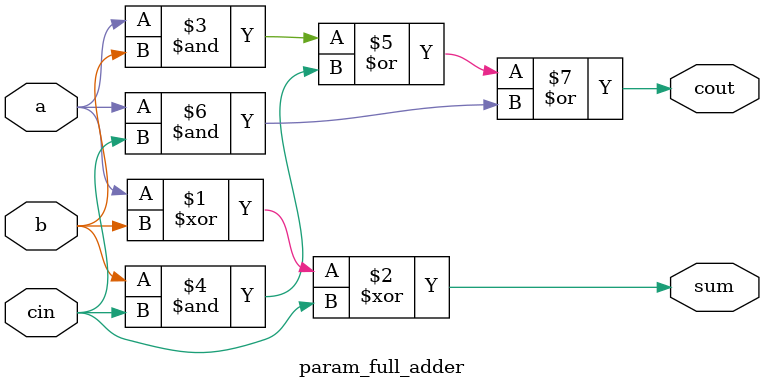
<source format=v>
`timescale 1ns / 1ps

module param_full_adder #(
    parameter APPROX = 0
)(
    input  wire a,
    input  wire b,
    input  wire cin,
    output wire sum,
    output wire cout
);

generate
    if (APPROX == 0) begin
        assign sum  = a ^ b ^ cin;
        assign cout = (a & b) | (b & cin) | (a & cin);
    end
    else begin
        assign sum  = a ^ b ^ cin;
        assign cout = a | b;
    end
endgenerate

endmodule


</source>
